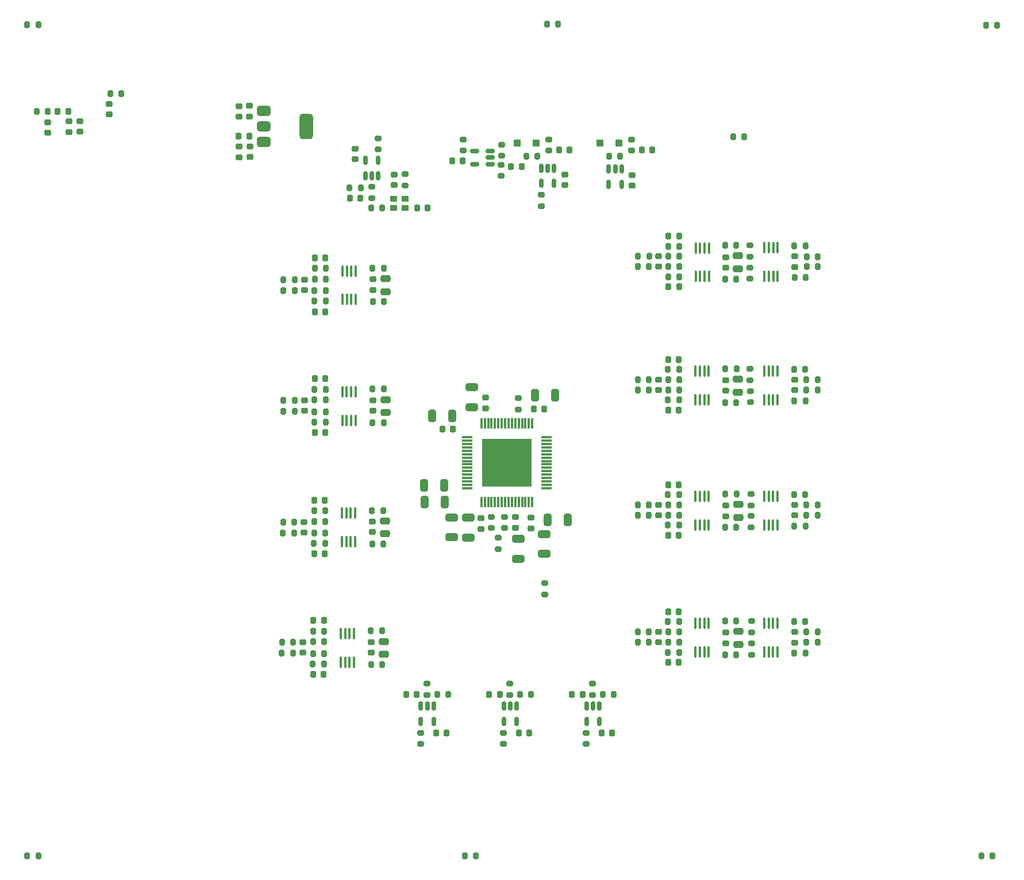
<source format=gbr>
%TF.GenerationSoftware,KiCad,Pcbnew,9.0.1*%
%TF.CreationDate,2025-06-08T13:48:48-07:00*%
%TF.ProjectId,pcm3168a_euro1,70636d33-3136-4386-915f-6575726f312e,rev?*%
%TF.SameCoordinates,Original*%
%TF.FileFunction,Paste,Top*%
%TF.FilePolarity,Positive*%
%FSLAX46Y46*%
G04 Gerber Fmt 4.6, Leading zero omitted, Abs format (unit mm)*
G04 Created by KiCad (PCBNEW 9.0.1) date 2025-06-08 13:48:48*
%MOMM*%
%LPD*%
G01*
G04 APERTURE LIST*
G04 Aperture macros list*
%AMRoundRect*
0 Rectangle with rounded corners*
0 $1 Rounding radius*
0 $2 $3 $4 $5 $6 $7 $8 $9 X,Y pos of 4 corners*
0 Add a 4 corners polygon primitive as box body*
4,1,4,$2,$3,$4,$5,$6,$7,$8,$9,$2,$3,0*
0 Add four circle primitives for the rounded corners*
1,1,$1+$1,$2,$3*
1,1,$1+$1,$4,$5*
1,1,$1+$1,$6,$7*
1,1,$1+$1,$8,$9*
0 Add four rect primitives between the rounded corners*
20,1,$1+$1,$2,$3,$4,$5,0*
20,1,$1+$1,$4,$5,$6,$7,0*
20,1,$1+$1,$6,$7,$8,$9,0*
20,1,$1+$1,$8,$9,$2,$3,0*%
G04 Aperture macros list end*
%ADD10C,0.000000*%
%ADD11RoundRect,0.200000X0.200000X0.275000X-0.200000X0.275000X-0.200000X-0.275000X0.200000X-0.275000X0*%
%ADD12RoundRect,0.200000X-0.200000X-0.275000X0.200000X-0.275000X0.200000X0.275000X-0.200000X0.275000X0*%
%ADD13RoundRect,0.150000X-0.150000X0.512500X-0.150000X-0.512500X0.150000X-0.512500X0.150000X0.512500X0*%
%ADD14RoundRect,0.200000X0.275000X-0.200000X0.275000X0.200000X-0.275000X0.200000X-0.275000X-0.200000X0*%
%ADD15RoundRect,0.250000X-0.650000X0.325000X-0.650000X-0.325000X0.650000X-0.325000X0.650000X0.325000X0*%
%ADD16RoundRect,0.225000X0.250000X-0.225000X0.250000X0.225000X-0.250000X0.225000X-0.250000X-0.225000X0*%
%ADD17RoundRect,0.225000X-0.225000X-0.250000X0.225000X-0.250000X0.225000X0.250000X-0.225000X0.250000X0*%
%ADD18RoundRect,0.225000X-0.250000X0.225000X-0.250000X-0.225000X0.250000X-0.225000X0.250000X0.225000X0*%
%ADD19RoundRect,0.250000X-0.475000X0.250000X-0.475000X-0.250000X0.475000X-0.250000X0.475000X0.250000X0*%
%ADD20RoundRect,0.200000X-0.275000X0.200000X-0.275000X-0.200000X0.275000X-0.200000X0.275000X0.200000X0*%
%ADD21RoundRect,0.225000X0.225000X0.250000X-0.225000X0.250000X-0.225000X-0.250000X0.225000X-0.250000X0*%
%ADD22RoundRect,0.100000X0.100000X-0.712500X0.100000X0.712500X-0.100000X0.712500X-0.100000X-0.712500X0*%
%ADD23RoundRect,0.250000X0.650000X-0.325000X0.650000X0.325000X-0.650000X0.325000X-0.650000X-0.325000X0*%
%ADD24R,1.100000X0.900000*%
%ADD25RoundRect,0.218750X-0.218750X-0.256250X0.218750X-0.256250X0.218750X0.256250X-0.218750X0.256250X0*%
%ADD26RoundRect,0.250000X0.325000X0.650000X-0.325000X0.650000X-0.325000X-0.650000X0.325000X-0.650000X0*%
%ADD27R,0.299999X1.649999*%
%ADD28R,1.649999X0.299999*%
%ADD29RoundRect,0.375000X-0.625000X-0.375000X0.625000X-0.375000X0.625000X0.375000X-0.625000X0.375000X0*%
%ADD30RoundRect,0.500000X-0.500000X-1.400000X0.500000X-1.400000X0.500000X1.400000X-0.500000X1.400000X0*%
%ADD31RoundRect,0.250000X-0.325000X-0.650000X0.325000X-0.650000X0.325000X0.650000X-0.325000X0.650000X0*%
%ADD32RoundRect,0.150000X0.512500X0.150000X-0.512500X0.150000X-0.512500X-0.150000X0.512500X-0.150000X0*%
%ADD33RoundRect,0.150000X0.150000X-0.512500X0.150000X0.512500X-0.150000X0.512500X-0.150000X-0.512500X0*%
%ADD34RoundRect,0.250000X0.300000X0.300000X-0.300000X0.300000X-0.300000X-0.300000X0.300000X-0.300000X0*%
G04 APERTURE END LIST*
D10*
%TO.C,U1*%
G36*
X170258030Y-132739871D02*
G01*
X170264596Y-132741863D01*
X170270646Y-132745096D01*
X170275950Y-132749450D01*
X170280303Y-132754753D01*
X170283537Y-132760804D01*
X170285528Y-132767370D01*
X170286201Y-132774200D01*
X170286201Y-139704198D01*
X170285528Y-139711028D01*
X170283537Y-139717594D01*
X170280303Y-139723645D01*
X170275950Y-139728948D01*
X170270646Y-139733302D01*
X170264596Y-139736535D01*
X170258030Y-139738527D01*
X170251200Y-139739200D01*
X163061202Y-139739200D01*
X163054372Y-139738527D01*
X163047806Y-139736535D01*
X163041756Y-139733302D01*
X163036452Y-139728948D01*
X163032099Y-139723645D01*
X163028865Y-139717594D01*
X163026874Y-139711028D01*
X163026201Y-139704198D01*
X163026201Y-132774200D01*
X163026874Y-132767370D01*
X163028865Y-132760804D01*
X163032099Y-132754753D01*
X163036452Y-132749450D01*
X163041756Y-132745096D01*
X163047806Y-132741863D01*
X163054372Y-132739871D01*
X163061202Y-132739198D01*
X170251200Y-132739198D01*
X170258030Y-132739871D01*
G37*
%TD*%
D11*
%TO.C,R6*%
X238899200Y-71729600D03*
X237249200Y-71729600D03*
%TD*%
%TO.C,R69*%
X139894600Y-148145999D03*
X138244600Y-148145999D03*
%TD*%
D12*
%TO.C,R81*%
X146651000Y-165975300D03*
X148301000Y-165975300D03*
%TD*%
D13*
%TO.C,U8*%
X168094700Y-172128600D03*
X167144700Y-172128600D03*
X166194700Y-172128600D03*
X166194700Y-174403600D03*
X168094700Y-174403600D03*
%TD*%
D14*
%TO.C,R106*%
X202514200Y-127317000D03*
X202514200Y-125667000D03*
%TD*%
D11*
%TO.C,R8*%
X238238800Y-194183000D03*
X236588800Y-194183000D03*
%TD*%
%TO.C,R51*%
X139950600Y-130251699D03*
X138300600Y-130251699D03*
%TD*%
D15*
%TO.C,C7*%
X172132600Y-146744198D03*
X172132600Y-149694198D03*
%TD*%
D12*
%TO.C,R23*%
X181694100Y-91099700D03*
X183344100Y-91099700D03*
%TD*%
D16*
%TO.C,C92*%
X198931300Y-107479200D03*
X198931300Y-105929200D03*
%TD*%
D17*
%TO.C,C77*%
X138294800Y-149695399D03*
X139844800Y-149695399D03*
%TD*%
D16*
%TO.C,C4*%
X167941600Y-145808598D03*
X167941600Y-144258598D03*
%TD*%
D12*
%TO.C,R36*%
X143467100Y-95697100D03*
X145117100Y-95697100D03*
%TD*%
D18*
%TO.C,C82*%
X136630200Y-162711100D03*
X136630200Y-164261100D03*
%TD*%
D11*
%TO.C,R77*%
X139728000Y-165899100D03*
X138078000Y-165899100D03*
%TD*%
D19*
%TO.C,C93*%
X200685400Y-105741200D03*
X200685400Y-107641200D03*
%TD*%
D20*
%TO.C,R105*%
X202463400Y-122415800D03*
X202463400Y-124065800D03*
%TD*%
D11*
%TO.C,R100*%
X192046900Y-126998500D03*
X190396900Y-126998500D03*
%TD*%
%TO.C,R38*%
X148316500Y-98694300D03*
X146666500Y-98694300D03*
%TD*%
%TO.C,R82*%
X187615100Y-105802200D03*
X185965100Y-105802200D03*
%TD*%
%TO.C,R66*%
X135335800Y-144971000D03*
X133685800Y-144971000D03*
%TD*%
D21*
%TO.C,C90*%
X192023100Y-102830400D03*
X190473100Y-102830400D03*
%TD*%
D22*
%TO.C,U20*%
X194465300Y-145443200D03*
X195115300Y-145443200D03*
X195765300Y-145443200D03*
X196415300Y-145443200D03*
X196415300Y-141218200D03*
X195765300Y-141218200D03*
X195115300Y-141218200D03*
X194465300Y-141218200D03*
%TD*%
D11*
%TO.C,R70*%
X139920000Y-144894800D03*
X138270000Y-144894800D03*
%TD*%
D21*
%TO.C,C23*%
X153402300Y-170390400D03*
X151852300Y-170390400D03*
%TD*%
D11*
%TO.C,R101*%
X192060100Y-124001300D03*
X190410100Y-124001300D03*
%TD*%
D22*
%TO.C,U17*%
X204611100Y-108767100D03*
X205261100Y-108767100D03*
X205911100Y-108767100D03*
X206561100Y-108767100D03*
X206561100Y-104542100D03*
X205911100Y-104542100D03*
X205261100Y-104542100D03*
X204611100Y-104542100D03*
%TD*%
D11*
%TO.C,R111*%
X187589700Y-142441700D03*
X185939700Y-142441700D03*
%TD*%
D20*
%TO.C,R33*%
X153985900Y-176030200D03*
X153985900Y-177680200D03*
%TD*%
D12*
%TO.C,R108*%
X209015100Y-127114300D03*
X210665100Y-127114300D03*
%TD*%
D13*
%TO.C,U5*%
X155890900Y-172128600D03*
X154940900Y-172128600D03*
X153990900Y-172128600D03*
X153990900Y-174403600D03*
X155890900Y-174403600D03*
%TD*%
D11*
%TO.C,R124*%
X212457300Y-143979900D03*
X210807300Y-143979900D03*
%TD*%
D12*
%TO.C,R2*%
X138342000Y-107607600D03*
X139992000Y-107607600D03*
%TD*%
D14*
%TO.C,R90*%
X164376000Y-145884400D03*
X164376000Y-144234400D03*
%TD*%
D12*
%TO.C,R104*%
X198819000Y-127355600D03*
X200469000Y-127355600D03*
%TD*%
D11*
%TO.C,R128*%
X192046900Y-164184100D03*
X190396900Y-164184100D03*
%TD*%
D17*
%TO.C,C84*%
X138128200Y-167448500D03*
X139678200Y-167448500D03*
%TD*%
D11*
%TO.C,R48*%
X135391800Y-127076700D03*
X133741800Y-127076700D03*
%TD*%
D14*
%TO.C,R134*%
X202717400Y-164553400D03*
X202717400Y-162903400D03*
%TD*%
D12*
%TO.C,R76*%
X138104400Y-161073101D03*
X139754400Y-161073101D03*
%TD*%
D17*
%TO.C,C98*%
X190447700Y-128497100D03*
X191997700Y-128497100D03*
%TD*%
D12*
%TO.C,R118*%
X198793600Y-145796000D03*
X200443600Y-145796000D03*
%TD*%
D11*
%TO.C,R114*%
X192046900Y-145464300D03*
X190396900Y-145464300D03*
%TD*%
D12*
%TO.C,R29*%
X169502100Y-91099700D03*
X171152100Y-91099700D03*
%TD*%
%TO.C,R59*%
X133743600Y-110858799D03*
X135393600Y-110858799D03*
%TD*%
D23*
%TO.C,C1*%
X161515400Y-128056998D03*
X161515400Y-125106998D03*
%TD*%
D20*
%TO.C,R30*%
X171761700Y-96764900D03*
X171761700Y-98414900D03*
%TD*%
D12*
%TO.C,R99*%
X190396900Y-122502700D03*
X192046900Y-122502700D03*
%TD*%
D21*
%TO.C,C19*%
X177798100Y-170390400D03*
X176248100Y-170390400D03*
%TD*%
%TO.C,C5*%
X172184000Y-128281998D03*
X170634000Y-128281998D03*
%TD*%
D18*
%TO.C,C44*%
X108038900Y-83351100D03*
X108038900Y-84901100D03*
%TD*%
D20*
%TO.C,R24*%
X168389200Y-126721600D03*
X168389200Y-128371600D03*
%TD*%
D22*
%TO.C,U22*%
X194465300Y-164163000D03*
X195115300Y-164163000D03*
X195765300Y-164163000D03*
X196415300Y-164163000D03*
X196415300Y-159938000D03*
X195765300Y-159938000D03*
X195115300Y-159938000D03*
X194465300Y-159938000D03*
%TD*%
D11*
%TO.C,R115*%
X192060100Y-142467100D03*
X190410100Y-142467100D03*
%TD*%
D14*
%TO.C,R35*%
X146742700Y-97220100D03*
X146742700Y-95570100D03*
%TD*%
D24*
%TO.C,Y1*%
X151693900Y-97373500D03*
X149993900Y-97373500D03*
X149993900Y-98673500D03*
X151693900Y-98673500D03*
%TD*%
D14*
%TO.C,R94*%
X202463400Y-109130600D03*
X202463400Y-107480600D03*
%TD*%
D19*
%TO.C,C86*%
X148568200Y-162573900D03*
X148568200Y-164473900D03*
%TD*%
D11*
%TO.C,R109*%
X212456300Y-124015500D03*
X210806300Y-124015500D03*
%TD*%
D21*
%TO.C,C29*%
X165606100Y-170390400D03*
X164056100Y-170390400D03*
%TD*%
D17*
%TO.C,C17*%
X186543900Y-90159900D03*
X188093900Y-90159900D03*
%TD*%
D11*
%TO.C,R125*%
X187589700Y-161161500D03*
X185939700Y-161161500D03*
%TD*%
D17*
%TO.C,C114*%
X190447700Y-165682700D03*
X191997700Y-165682700D03*
%TD*%
D16*
%TO.C,C85*%
X146714000Y-164223300D03*
X146714000Y-162673300D03*
%TD*%
D11*
%TO.C,R137*%
X212456300Y-161201100D03*
X210806300Y-161201100D03*
%TD*%
D25*
%TO.C,L1*%
X100444100Y-84443300D03*
X102019100Y-84443300D03*
%TD*%
D12*
%TO.C,R3*%
X95974400Y-71653400D03*
X97624400Y-71653400D03*
%TD*%
D20*
%TO.C,R22*%
X184995100Y-88586100D03*
X184995100Y-90236100D03*
%TD*%
D17*
%TO.C,C39*%
X138350800Y-131801099D03*
X139900800Y-131801099D03*
%TD*%
D16*
%TO.C,C78*%
X146880600Y-146470199D03*
X146880600Y-144920199D03*
%TD*%
D11*
%TO.C,R87*%
X192097700Y-107326200D03*
X190447700Y-107326200D03*
%TD*%
D12*
%TO.C,R65*%
X146888600Y-112509799D03*
X148538600Y-112509799D03*
%TD*%
D21*
%TO.C,C32*%
X139928800Y-106032800D03*
X138378800Y-106032800D03*
%TD*%
D12*
%TO.C,R92*%
X209040500Y-108940600D03*
X210690500Y-108940600D03*
%TD*%
D17*
%TO.C,C10*%
X157171400Y-131279198D03*
X158721400Y-131279198D03*
%TD*%
D11*
%TO.C,R52*%
X139976000Y-127000500D03*
X138326000Y-127000500D03*
%TD*%
D22*
%TO.C,U18*%
X194465300Y-126977400D03*
X195115300Y-126977400D03*
X195765300Y-126977400D03*
X196415300Y-126977400D03*
X196415300Y-122752400D03*
X195765300Y-122752400D03*
X195115300Y-122752400D03*
X194465300Y-122752400D03*
%TD*%
D17*
%TO.C,C24*%
X156220500Y-176080000D03*
X157770500Y-176080000D03*
%TD*%
D21*
%TO.C,C113*%
X191997700Y-158189700D03*
X190447700Y-158189700D03*
%TD*%
D12*
%TO.C,R73*%
X146817600Y-148222199D03*
X148467600Y-148222199D03*
%TD*%
D20*
%TO.C,R119*%
X202615800Y-140881600D03*
X202615800Y-142531600D03*
%TD*%
D11*
%TO.C,R116*%
X192072300Y-143965700D03*
X190422300Y-143965700D03*
%TD*%
D15*
%TO.C,C2*%
X168373400Y-147458998D03*
X168373400Y-150408998D03*
%TD*%
D26*
%TO.C,C15*%
X157481800Y-142011400D03*
X154531800Y-142011400D03*
%TD*%
D20*
%TO.C,R31*%
X154900300Y-168816600D03*
X154900300Y-170466600D03*
%TD*%
D11*
%TO.C,R95*%
X212481700Y-105841800D03*
X210831700Y-105841800D03*
%TD*%
D12*
%TO.C,R126*%
X185927500Y-162685500D03*
X187577500Y-162685500D03*
%TD*%
D14*
%TO.C,R44*%
X160184700Y-90259200D03*
X160184700Y-88609200D03*
%TD*%
D18*
%TO.C,C49*%
X102120700Y-85941300D03*
X102120700Y-87491300D03*
%TD*%
D20*
%TO.C,R133*%
X202692000Y-159601400D03*
X202692000Y-161251400D03*
%TD*%
D11*
%TO.C,R138*%
X212457300Y-162699700D03*
X210807300Y-162699700D03*
%TD*%
D16*
%TO.C,C22*%
X175190700Y-95291300D03*
X175190700Y-93741300D03*
%TD*%
%TO.C,C115*%
X198905900Y-162838500D03*
X198905900Y-161288500D03*
%TD*%
D11*
%TO.C,R61*%
X139965600Y-112433599D03*
X138315600Y-112433599D03*
%TD*%
D16*
%TO.C,C40*%
X146936600Y-128575899D03*
X146936600Y-127025899D03*
%TD*%
%TO.C,C18*%
X185152200Y-95385800D03*
X185152200Y-93835800D03*
%TD*%
D18*
%TO.C,C47*%
X103771700Y-85915900D03*
X103771700Y-87465900D03*
%TD*%
D21*
%TO.C,C38*%
X139913800Y-123850900D03*
X138363800Y-123850900D03*
%TD*%
D27*
%TO.C,U1*%
X162906201Y-142064199D03*
X163406202Y-142064199D03*
X163906201Y-142064199D03*
X164406200Y-142064199D03*
X164906202Y-142064199D03*
X165406201Y-142064199D03*
X165906200Y-142064199D03*
X166406201Y-142064199D03*
X166906201Y-142064199D03*
X167406202Y-142064199D03*
X167906201Y-142064199D03*
X168406200Y-142064199D03*
X168906202Y-142064199D03*
X169406201Y-142064199D03*
X169906202Y-142064199D03*
X170406201Y-142064199D03*
D28*
X172481201Y-139989199D03*
X172481201Y-139489198D03*
X172481201Y-138989199D03*
X172481201Y-138489200D03*
X172481201Y-137989198D03*
X172481201Y-137489199D03*
X172481201Y-136989200D03*
X172481201Y-136489199D03*
X172481201Y-135989199D03*
X172481201Y-135489198D03*
X172481201Y-134989199D03*
X172481201Y-134489200D03*
X172481201Y-133989198D03*
X172481201Y-133489199D03*
X172481201Y-132989198D03*
X172481201Y-132489199D03*
D27*
X170406201Y-130414199D03*
X169906202Y-130414199D03*
X169406201Y-130414199D03*
X168906202Y-130414199D03*
X168406200Y-130414199D03*
X167906201Y-130414199D03*
X167406202Y-130414199D03*
X166906201Y-130414199D03*
X166406201Y-130414199D03*
X165906200Y-130414199D03*
X165406201Y-130414199D03*
X164906202Y-130414199D03*
X164406200Y-130414199D03*
X163906201Y-130414199D03*
X163406202Y-130414199D03*
X162906201Y-130414199D03*
D28*
X160831201Y-132489199D03*
X160831201Y-132989198D03*
X160831201Y-133489199D03*
X160831201Y-133989198D03*
X160831201Y-134489200D03*
X160831201Y-134989199D03*
X160831201Y-135489198D03*
X160831201Y-135989199D03*
X160831201Y-136489199D03*
X160831201Y-136989200D03*
X160831201Y-137489199D03*
X160831201Y-137989198D03*
X160831201Y-138489200D03*
X160831201Y-138989199D03*
X160831201Y-139489198D03*
X160831201Y-139989199D03*
%TD*%
D14*
%TO.C,R37*%
X147707900Y-90082700D03*
X147707900Y-88432700D03*
%TD*%
D18*
%TO.C,C89*%
X189025300Y-105801600D03*
X189025300Y-107351600D03*
%TD*%
%TO.C,C48*%
X128778700Y-89643800D03*
X128778700Y-91193800D03*
%TD*%
D21*
%TO.C,C97*%
X191997700Y-121004100D03*
X190447700Y-121004100D03*
%TD*%
D20*
%TO.C,R19*%
X172237400Y-153988000D03*
X172237400Y-155638000D03*
%TD*%
D12*
%TO.C,R57*%
X108217700Y-81827100D03*
X109867700Y-81827100D03*
%TD*%
D11*
%TO.C,R72*%
X148442200Y-143269200D03*
X146792200Y-143269200D03*
%TD*%
D12*
%TO.C,R136*%
X209015100Y-164299900D03*
X210665100Y-164299900D03*
%TD*%
D29*
%TO.C,U12*%
X130810100Y-84340900D03*
X130810100Y-86640900D03*
X130810100Y-88940900D03*
D30*
X137110100Y-86640900D03*
%TD*%
D20*
%TO.C,R43*%
X165868900Y-89334900D03*
X165868900Y-90984900D03*
%TD*%
D16*
%TO.C,C9*%
X162887000Y-145974598D03*
X162887000Y-144424598D03*
%TD*%
D11*
%TO.C,R110*%
X212457300Y-125514100D03*
X210807300Y-125514100D03*
%TD*%
D21*
%TO.C,C26*%
X145066900Y-97221100D03*
X143516900Y-97221100D03*
%TD*%
%TO.C,C34*%
X160172400Y-91770200D03*
X158622400Y-91770200D03*
%TD*%
D16*
%TO.C,C95*%
X209091300Y-107378800D03*
X209091300Y-105828800D03*
%TD*%
D20*
%TO.C,R41*%
X166189700Y-176030200D03*
X166189700Y-177680200D03*
%TD*%
D12*
%TO.C,R84*%
X190422300Y-104329000D03*
X192072300Y-104329000D03*
%TD*%
D22*
%TO.C,U19*%
X204585700Y-126940800D03*
X205235700Y-126940800D03*
X205885700Y-126940800D03*
X206535700Y-126940800D03*
X206535700Y-122715800D03*
X205885700Y-122715800D03*
X205235700Y-122715800D03*
X204585700Y-122715800D03*
%TD*%
D17*
%TO.C,C33*%
X167291300Y-92572900D03*
X168841300Y-92572900D03*
%TD*%
D14*
%TO.C,R20*%
X166331800Y-145884400D03*
X166331800Y-144234400D03*
%TD*%
D12*
%TO.C,R83*%
X185952900Y-107326200D03*
X187602900Y-107326200D03*
%TD*%
D11*
%TO.C,R80*%
X148275600Y-161022301D03*
X146625600Y-161022301D03*
%TD*%
%TO.C,R96*%
X212482700Y-107340400D03*
X210832700Y-107340400D03*
%TD*%
%TO.C,R71*%
X139907800Y-146596599D03*
X138257800Y-146596599D03*
%TD*%
%TO.C,R64*%
X148513200Y-107556800D03*
X146863200Y-107556800D03*
%TD*%
%TO.C,R85*%
X192072300Y-108824800D03*
X190422300Y-108824800D03*
%TD*%
%TO.C,R58*%
X135406800Y-109258600D03*
X133756800Y-109258600D03*
%TD*%
D20*
%TO.C,R25*%
X179296100Y-168816600D03*
X179296100Y-170466600D03*
%TD*%
D11*
%TO.C,R121*%
X210640700Y-140931900D03*
X208990700Y-140931900D03*
%TD*%
%TO.C,R26*%
X182419300Y-170390400D03*
X180769300Y-170390400D03*
%TD*%
D31*
%TO.C,C8*%
X170782800Y-126326198D03*
X173732800Y-126326198D03*
%TD*%
D11*
%TO.C,R54*%
X148498200Y-125374900D03*
X146848200Y-125374900D03*
%TD*%
D16*
%TO.C,C94*%
X150050500Y-95327500D03*
X150050500Y-93777500D03*
%TD*%
D20*
%TO.C,R28*%
X172803100Y-88586100D03*
X172803100Y-90236100D03*
%TD*%
D11*
%TO.C,R40*%
X170227300Y-170390400D03*
X168577300Y-170390400D03*
%TD*%
D12*
%TO.C,R50*%
X138327000Y-125425700D03*
X139977000Y-125425700D03*
%TD*%
D16*
%TO.C,C107*%
X198905900Y-144118700D03*
X198905900Y-142568700D03*
%TD*%
D20*
%TO.C,R34*%
X151676100Y-93727700D03*
X151676100Y-95377700D03*
%TD*%
D21*
%TO.C,C105*%
X191997700Y-139469900D03*
X190447700Y-139469900D03*
%TD*%
D22*
%TO.C,U13*%
X142434800Y-112183899D03*
X143084800Y-112183899D03*
X143734800Y-112183899D03*
X144384800Y-112183899D03*
X144384800Y-107958899D03*
X143734800Y-107958899D03*
X143084800Y-107958899D03*
X142434800Y-107958899D03*
%TD*%
D11*
%TO.C,R88*%
X200469000Y-104190800D03*
X198819000Y-104190800D03*
%TD*%
D22*
%TO.C,U23*%
X204585700Y-164126400D03*
X205235700Y-164126400D03*
X205885700Y-164126400D03*
X206535700Y-164126400D03*
X206535700Y-159901400D03*
X205885700Y-159901400D03*
X205235700Y-159901400D03*
X204585700Y-159901400D03*
%TD*%
D11*
%TO.C,R32*%
X158023500Y-170390400D03*
X156373500Y-170390400D03*
%TD*%
%TO.C,R131*%
X200443600Y-159562800D03*
X198793600Y-159562800D03*
%TD*%
D19*
%TO.C,C72*%
X148805800Y-109108399D03*
X148805800Y-111008399D03*
%TD*%
D11*
%TO.C,R63*%
X139978800Y-110884199D03*
X138328800Y-110884199D03*
%TD*%
D16*
%TO.C,C27*%
X144304300Y-91532100D03*
X144304300Y-89982100D03*
%TD*%
D18*
%TO.C,C96*%
X188999900Y-123975300D03*
X188999900Y-125525300D03*
%TD*%
D12*
%TO.C,R75*%
X133506000Y-164324300D03*
X135156000Y-164324300D03*
%TD*%
D17*
%TO.C,C21*%
X174351900Y-90159900D03*
X175901900Y-90159900D03*
%TD*%
%TO.C,C20*%
X180616300Y-176080000D03*
X182166300Y-176080000D03*
%TD*%
D12*
%TO.C,R98*%
X185927500Y-125499900D03*
X187577500Y-125499900D03*
%TD*%
D18*
%TO.C,C50*%
X127178500Y-89669200D03*
X127178500Y-91219200D03*
%TD*%
D11*
%TO.C,R123*%
X212456300Y-142481300D03*
X210806300Y-142481300D03*
%TD*%
D17*
%TO.C,C30*%
X168424300Y-176080000D03*
X169974300Y-176080000D03*
%TD*%
D22*
%TO.C,U11*%
X142419800Y-130001999D03*
X143069800Y-130001999D03*
X143719800Y-130001999D03*
X144369800Y-130001999D03*
X144369800Y-125776999D03*
X143719800Y-125776999D03*
X143069800Y-125776999D03*
X142419800Y-125776999D03*
%TD*%
D13*
%TO.C,U3*%
X180286700Y-172128600D03*
X179336700Y-172128600D03*
X178386700Y-172128600D03*
X178386700Y-174403600D03*
X180286700Y-174403600D03*
%TD*%
D11*
%TO.C,R91*%
X210666100Y-104292400D03*
X209016100Y-104292400D03*
%TD*%
D19*
%TO.C,C100*%
X200710800Y-123941800D03*
X200710800Y-125841800D03*
%TD*%
D16*
%TO.C,C117*%
X209065900Y-162738100D03*
X209065900Y-161188100D03*
%TD*%
%TO.C,C109*%
X209065900Y-144018300D03*
X209065900Y-142468300D03*
%TD*%
D32*
%TO.C,U9*%
X164187000Y-92227500D03*
X164187000Y-91277500D03*
X164187000Y-90327500D03*
X161912000Y-90327500D03*
X161912000Y-92227500D03*
%TD*%
D15*
%TO.C,C14*%
X158569000Y-144282798D03*
X158569000Y-147232798D03*
%TD*%
D12*
%TO.C,R55*%
X146873600Y-130327899D03*
X148523600Y-130327899D03*
%TD*%
D16*
%TO.C,C99*%
X198905900Y-125652900D03*
X198905900Y-124102900D03*
%TD*%
D11*
%TO.C,R97*%
X187589700Y-123975900D03*
X185939700Y-123975900D03*
%TD*%
D16*
%TO.C,C65*%
X128727700Y-85207000D03*
X128727700Y-83657000D03*
%TD*%
D12*
%TO.C,R56*%
X97358700Y-84468700D03*
X99008700Y-84468700D03*
%TD*%
D11*
%TO.C,R102*%
X192072300Y-125499900D03*
X190422300Y-125499900D03*
%TD*%
D18*
%TO.C,C75*%
X136796800Y-144957999D03*
X136796800Y-146507999D03*
%TD*%
D17*
%TO.C,C91*%
X190473100Y-110323400D03*
X192023100Y-110323400D03*
%TD*%
D26*
%TO.C,C16*%
X157456400Y-139573000D03*
X154506400Y-139573000D03*
%TD*%
D11*
%TO.C,R139*%
X201649600Y-88188800D03*
X199999600Y-88188800D03*
%TD*%
D22*
%TO.C,U14*%
X142363800Y-147896299D03*
X143013800Y-147896299D03*
X143663800Y-147896299D03*
X144313800Y-147896299D03*
X144313800Y-143671299D03*
X143663800Y-143671299D03*
X143013800Y-143671299D03*
X142363800Y-143671299D03*
%TD*%
D12*
%TO.C,R68*%
X138271000Y-143320000D03*
X139921000Y-143320000D03*
%TD*%
%TO.C,R127*%
X190396900Y-159688300D03*
X192046900Y-159688300D03*
%TD*%
D14*
%TO.C,R120*%
X202615800Y-145757400D03*
X202615800Y-144107400D03*
%TD*%
D16*
%TO.C,C62*%
X127178300Y-85231800D03*
X127178300Y-83681800D03*
%TD*%
D18*
%TO.C,C43*%
X99021900Y-86042900D03*
X99021900Y-87592900D03*
%TD*%
D12*
%TO.C,R132*%
X198804300Y-164592000D03*
X200454300Y-164592000D03*
%TD*%
D26*
%TO.C,C11*%
X158598000Y-129323398D03*
X155648000Y-129323398D03*
%TD*%
D33*
%TO.C,U6*%
X145802900Y-93958900D03*
X146752900Y-93958900D03*
X147702900Y-93958900D03*
X147702900Y-91683900D03*
X145802900Y-91683900D03*
%TD*%
D11*
%TO.C,R107*%
X210640700Y-122466100D03*
X208990700Y-122466100D03*
%TD*%
D14*
%TO.C,R60*%
X165392000Y-148958800D03*
X165392000Y-147308800D03*
%TD*%
D22*
%TO.C,U21*%
X204585700Y-145406600D03*
X205235700Y-145406600D03*
X205885700Y-145406600D03*
X206535700Y-145406600D03*
X206535700Y-141181600D03*
X205885700Y-141181600D03*
X205235700Y-141181600D03*
X204585700Y-141181600D03*
%TD*%
D13*
%TO.C,U2*%
X183577400Y-92907000D03*
X182627400Y-92907000D03*
X181677400Y-92907000D03*
X181677400Y-95182000D03*
X183577400Y-95182000D03*
%TD*%
D34*
%TO.C,D1*%
X183197700Y-89093100D03*
X180397700Y-89093100D03*
%TD*%
D12*
%TO.C,R122*%
X209015100Y-145580100D03*
X210665100Y-145580100D03*
%TD*%
D19*
%TO.C,C108*%
X200787000Y-142382200D03*
X200787000Y-144282200D03*
%TD*%
D22*
%TO.C,U16*%
X194490700Y-108803700D03*
X195140700Y-108803700D03*
X195790700Y-108803700D03*
X196440700Y-108803700D03*
X196440700Y-104578700D03*
X195790700Y-104578700D03*
X195140700Y-104578700D03*
X194490700Y-104578700D03*
%TD*%
D21*
%TO.C,C76*%
X139857800Y-141745200D03*
X138307800Y-141745200D03*
%TD*%
D16*
%TO.C,C6*%
X170176800Y-145909598D03*
X170176800Y-144359598D03*
%TD*%
D22*
%TO.C,U15*%
X142197200Y-165649400D03*
X142847200Y-165649400D03*
X143497200Y-165649400D03*
X144147200Y-165649400D03*
X144147200Y-161424400D03*
X143497200Y-161424400D03*
X142847200Y-161424400D03*
X142197200Y-161424400D03*
%TD*%
D12*
%TO.C,R89*%
X198793600Y-109194600D03*
X200443600Y-109194600D03*
%TD*%
D15*
%TO.C,C12*%
X160982000Y-144335398D03*
X160982000Y-147285398D03*
%TD*%
D21*
%TO.C,C83*%
X139691200Y-159498301D03*
X138141200Y-159498301D03*
%TD*%
D12*
%TO.C,R112*%
X185927500Y-143965700D03*
X187577500Y-143965700D03*
%TD*%
%TO.C,R4*%
X95974400Y-194157600D03*
X97624400Y-194157600D03*
%TD*%
D17*
%TO.C,C106*%
X190447700Y-146962900D03*
X191997700Y-146962900D03*
%TD*%
D16*
%TO.C,C71*%
X146951600Y-110757799D03*
X146951600Y-109207799D03*
%TD*%
D11*
%TO.C,R62*%
X139991000Y-109182400D03*
X138341000Y-109182400D03*
%TD*%
D13*
%TO.C,U4*%
X173615900Y-92812500D03*
X172665900Y-92812500D03*
X171715900Y-92812500D03*
X171715900Y-95087500D03*
X173615900Y-95087500D03*
%TD*%
D11*
%TO.C,R53*%
X139963800Y-128702299D03*
X138313800Y-128702299D03*
%TD*%
D14*
%TO.C,R42*%
X165843500Y-93982100D03*
X165843500Y-92332100D03*
%TD*%
D11*
%TO.C,R130*%
X192072300Y-162685500D03*
X190422300Y-162685500D03*
%TD*%
%TO.C,R129*%
X192060100Y-161186900D03*
X190410100Y-161186900D03*
%TD*%
%TO.C,R74*%
X135169200Y-162724101D03*
X133519200Y-162724101D03*
%TD*%
D12*
%TO.C,R49*%
X133728600Y-128676899D03*
X135378600Y-128676899D03*
%TD*%
D19*
%TO.C,C116*%
X200787000Y-161127400D03*
X200787000Y-163027400D03*
%TD*%
D11*
%TO.C,R79*%
X139741200Y-164349700D03*
X138091200Y-164349700D03*
%TD*%
D12*
%TO.C,R113*%
X190396900Y-140968500D03*
X192046900Y-140968500D03*
%TD*%
D17*
%TO.C,C25*%
X153428100Y-98691700D03*
X154978100Y-98691700D03*
%TD*%
D18*
%TO.C,C37*%
X136852800Y-127063699D03*
X136852800Y-128613699D03*
%TD*%
D12*
%TO.C,R5*%
X172555400Y-71602600D03*
X174205400Y-71602600D03*
%TD*%
D20*
%TO.C,R93*%
X202463400Y-104229400D03*
X202463400Y-105879400D03*
%TD*%
D18*
%TO.C,C104*%
X188999900Y-142441100D03*
X188999900Y-143991100D03*
%TD*%
D25*
%TO.C,L2*%
X127152800Y-88102000D03*
X128727800Y-88102000D03*
%TD*%
D12*
%TO.C,R67*%
X133672600Y-146571199D03*
X135322600Y-146571199D03*
%TD*%
D18*
%TO.C,C3*%
X163496600Y-126643398D03*
X163496600Y-128193398D03*
%TD*%
D19*
%TO.C,C79*%
X148734800Y-144820799D03*
X148734800Y-146720799D03*
%TD*%
D17*
%TO.C,C70*%
X138365800Y-113982999D03*
X139915800Y-113982999D03*
%TD*%
D11*
%TO.C,R103*%
X200494400Y-122351800D03*
X198844400Y-122351800D03*
%TD*%
%TO.C,R7*%
X162101800Y-194171100D03*
X160451800Y-194171100D03*
%TD*%
D20*
%TO.C,R27*%
X178381700Y-176030200D03*
X178381700Y-177680200D03*
%TD*%
%TO.C,R39*%
X167104100Y-168816600D03*
X167104100Y-170466600D03*
%TD*%
D11*
%TO.C,R78*%
X139753400Y-162647901D03*
X138103400Y-162647901D03*
%TD*%
D18*
%TO.C,C112*%
X188999900Y-161160900D03*
X188999900Y-162710900D03*
%TD*%
D31*
%TO.C,C13*%
X172664200Y-144690398D03*
X175614200Y-144690398D03*
%TD*%
D34*
%TO.C,D2*%
X171005700Y-89093100D03*
X168205700Y-89093100D03*
%TD*%
D18*
%TO.C,C68*%
X136867800Y-109245599D03*
X136867800Y-110795599D03*
%TD*%
D16*
%TO.C,C101*%
X209065900Y-125552500D03*
X209065900Y-124002500D03*
%TD*%
D11*
%TO.C,R117*%
X200494400Y-140868400D03*
X198844400Y-140868400D03*
%TD*%
%TO.C,R86*%
X192085500Y-105827600D03*
X190435500Y-105827600D03*
%TD*%
D19*
%TO.C,C41*%
X148790800Y-126926499D03*
X148790800Y-128826499D03*
%TD*%
D11*
%TO.C,R135*%
X210640700Y-159651700D03*
X208990700Y-159651700D03*
%TD*%
M02*

</source>
